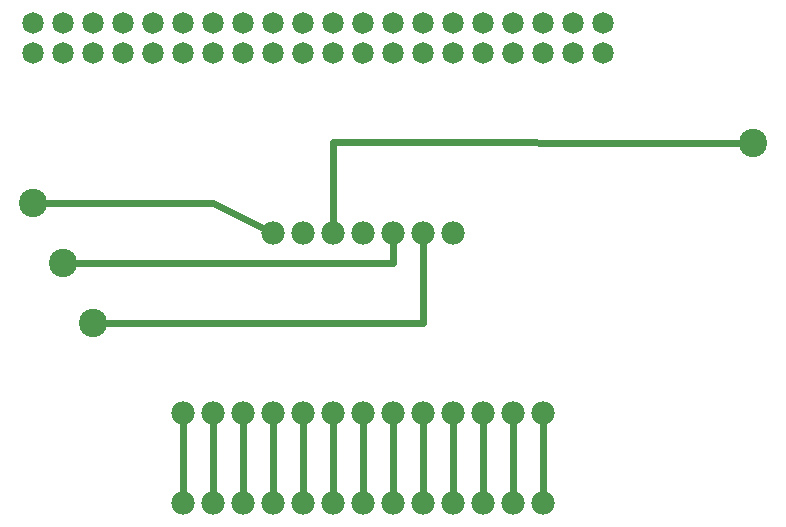
<source format=gbl>
G04 MADE WITH FRITZING*
G04 WWW.FRITZING.ORG*
G04 DOUBLE SIDED*
G04 HOLES PLATED*
G04 CONTOUR ON CENTER OF CONTOUR VECTOR*
%ASAXBY*%
%FSLAX23Y23*%
%MOIN*%
%OFA0B0*%
%SFA1.0B1.0*%
%ADD10C,0.094488*%
%ADD11C,0.071889*%
%ADD12C,0.071917*%
%ADD13C,0.078000*%
%ADD14C,0.024000*%
%LNCOPPER0*%
G90*
G70*
G54D10*
X2722Y1681D03*
X522Y1081D03*
X422Y1281D03*
X322Y1481D03*
G54D11*
X322Y1981D03*
X422Y1981D03*
X522Y1981D03*
X622Y1981D03*
G54D12*
X722Y1981D03*
G54D11*
X822Y1981D03*
X922Y1981D03*
X1022Y1981D03*
X1122Y1981D03*
G54D12*
X1222Y1981D03*
G54D11*
X1322Y1981D03*
G54D12*
X1422Y1981D03*
G54D11*
X1522Y1981D03*
X1622Y1981D03*
X1722Y1981D03*
X1822Y1981D03*
G54D12*
X1922Y1981D03*
G54D11*
X2022Y1981D03*
X2122Y1981D03*
X2222Y1981D03*
X2222Y2081D03*
X2122Y2081D03*
X2022Y2081D03*
G54D12*
X1922Y2081D03*
G54D11*
X1822Y2081D03*
X1722Y2081D03*
X1622Y2081D03*
X1522Y2081D03*
G54D12*
X1422Y2081D03*
G54D11*
X1322Y2081D03*
G54D12*
X1222Y2081D03*
G54D11*
X1122Y2081D03*
X1022Y2081D03*
X922Y2081D03*
X822Y2081D03*
G54D12*
X722Y2081D03*
G54D11*
X622Y2081D03*
X522Y2081D03*
X422Y2081D03*
X322Y2081D03*
G54D13*
X2022Y781D03*
X1522Y781D03*
X1822Y781D03*
X1622Y781D03*
X1222Y781D03*
X1422Y781D03*
X1122Y781D03*
X1322Y781D03*
X1722Y781D03*
X1222Y1381D03*
X1722Y1381D03*
X1622Y1381D03*
X1922Y781D03*
X1522Y1381D03*
X1422Y1381D03*
X1122Y1381D03*
X1322Y1381D03*
X1022Y781D03*
X922Y781D03*
X822Y781D03*
X822Y481D03*
X922Y481D03*
X1022Y481D03*
X1122Y481D03*
X1222Y481D03*
X1322Y481D03*
X1422Y481D03*
X1522Y481D03*
X1622Y481D03*
X1722Y481D03*
X1822Y481D03*
X1922Y481D03*
X2022Y481D03*
G54D14*
X2695Y1681D02*
X1321Y1682D01*
D02*
X1321Y1682D02*
X1322Y1411D01*
D02*
X923Y1481D02*
X1095Y1394D01*
D02*
X349Y1481D02*
X923Y1481D01*
D02*
X1623Y1079D02*
X1622Y1351D01*
D02*
X549Y1081D02*
X1623Y1079D01*
D02*
X1522Y1280D02*
X449Y1281D01*
D02*
X1522Y1351D02*
X1522Y1280D01*
D02*
X822Y511D02*
X822Y751D01*
D02*
X922Y511D02*
X922Y751D01*
D02*
X1022Y511D02*
X1022Y751D01*
D02*
X1122Y511D02*
X1122Y751D01*
D02*
X1222Y511D02*
X1222Y751D01*
D02*
X1322Y511D02*
X1322Y751D01*
D02*
X1422Y511D02*
X1422Y751D01*
D02*
X1522Y511D02*
X1522Y751D01*
D02*
X1622Y511D02*
X1622Y751D01*
D02*
X1722Y511D02*
X1722Y751D01*
D02*
X1822Y511D02*
X1822Y751D01*
D02*
X1922Y511D02*
X1922Y751D01*
D02*
X2022Y511D02*
X2022Y751D01*
G04 End of Copper0*
M02*
</source>
